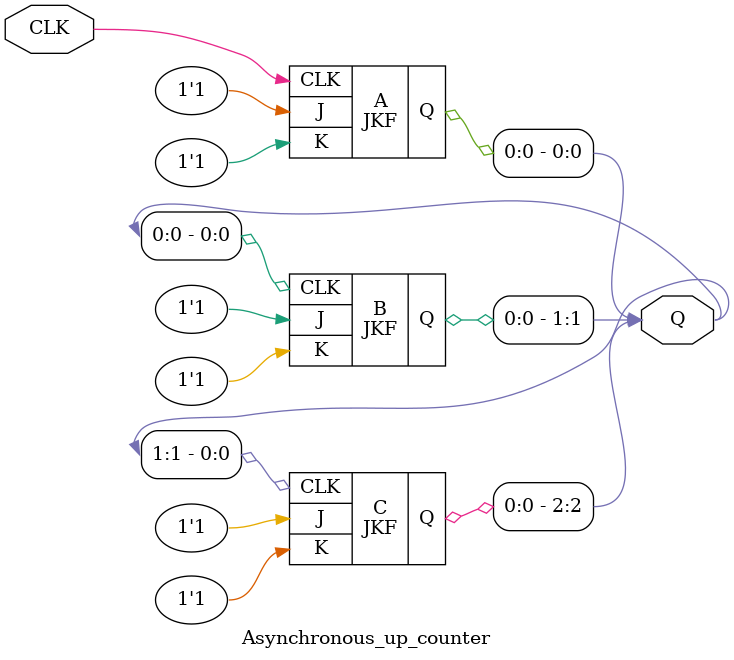
<source format=v>
`timescale 1ns / 1ps
module JKF(Q,J,K,CLK);
input J,K,CLK;
output reg Q;
initial Q=1'b1;
always @ (negedge CLK)
case({J,K})
2'b00: Q=Q;
2'b01: Q=1'b0;
2'b10: Q=1'b1;
2'b11: Q=~Q;
endcase
endmodule

module Asynchronous_up_counter(Q,CLK);
input CLK;
output [2:0]Q;
JKF   A (Q[0],1'b1,1'b1,CLK),
      B (Q[1],1'b1,1'b1,Q[0]),
      C (Q[2],1'b1,1'b1,Q[1]);
endmodule

</source>
